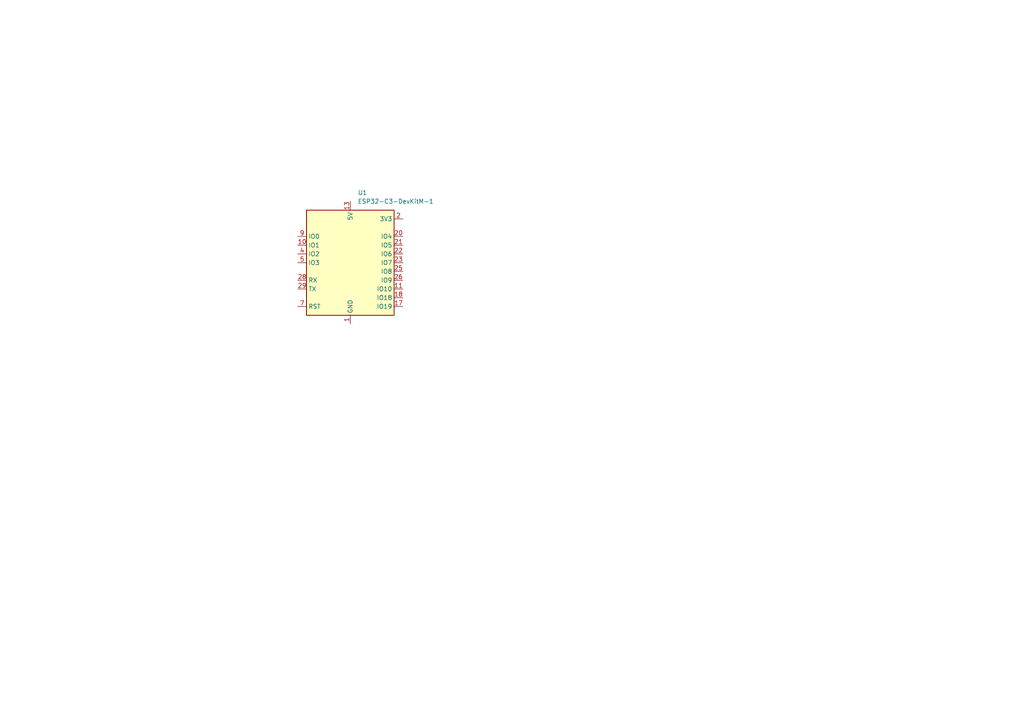
<source format=kicad_sch>
(kicad_sch (version 20250114) (generator "eeschema") (generator_version "9.0")
  (paper "A4")
  (lib_symbols
    (symbol "RF_Module:ESP32-C3-DevKitM-1"
      (property "Reference" "U" (at 7.62 16.51 0))
      (property "Value" "ESP32-C3-DevKitM-1" (at 11.684 -16.764 0))
      (symbol "ESP32-C3-DevKitM-1_1_1"
        (rectangle (start -12.7 15.24) (end 12.7 -15.24) (stroke (width 0.254)) (fill (type background)))
        (pin bidirectional line (at -15.24 7.62 0) (length 2.54) (name "IO0") (number "9"))
        (pin bidirectional line (at -15.24 5.08 0) (length 2.54) (name "IO1") (number "10"))
        (pin bidirectional line (at -15.24 2.54 0) (length 2.54) (name "IO2") (number "4"))
        (pin bidirectional line (at -15.24 0 0) (length 2.54) (name "IO3") (number "5"))
        (pin input line (at -15.24 -5.08 0) (length 2.54) (name "RX") (number "28"))
        (pin output line (at -15.24 -7.62 0) (length 2.54) (name "TX") (number "29"))
        (pin input line (at -15.24 -12.7 0) (length 2.54) (name "RST") (number "7"))
        (pin passive line (at 0 17.78 270) (length 2.54) (name "5V") (number "13"))
        (pin passive line (at 0 17.78 270) (length 2.54) (hide yes) (name "5V") (number "14"))
        (pin power_in line (at 0 -17.78 90) (length 2.54) (name "GND") (number "1"))
        (pin passive line (at 0 -17.78 90) (length 2.54) (hide yes) (name "GND") (number "12"))
        (pin passive line (at 0 -17.78 90) (length 2.54) (hide yes) (name "GND") (number "15"))
        (pin passive line (at 0 -17.78 90) (length 2.54) (hide yes) (name "GND") (number "16"))
        (pin passive line (at 0 -17.78 90) (length 2.54) (hide yes) (name "GND") (number "19"))
        (pin passive line (at 0 -17.78 90) (length 2.54) (hide yes) (name "GND") (number "24"))
        (pin passive line (at 0 -17.78 90) (length 2.54) (hide yes) (name "GND") (number "27"))
        (pin passive line (at 0 -17.78 90) (length 2.54) (hide yes) (name "GND") (number "30"))
        (pin passive line (at 0 -17.78 90) (length 2.54) (hide yes) (name "GND") (number "6"))
        (pin passive line (at 0 -17.78 90) (length 2.54) (hide yes) (name "GND") (number "8"))
        (pin power_out line (at 15.24 12.7 180) (length 2.54) (name "3V3") (number "2"))
        (pin passive line (at 15.24 12.7 180) (length 2.54) (hide yes) (name "3V3") (number "3"))
        (pin bidirectional line (at 15.24 7.62 180) (length 2.54) (name "IO4") (number "20"))
        (pin bidirectional line (at 15.24 5.08 180) (length 2.54) (name "IO5") (number "21"))
        (pin bidirectional line (at 15.24 2.54 180) (length 2.54) (name "IO6") (number "22"))
        (pin bidirectional line (at 15.24 0 180) (length 2.54) (name "IO7") (number "23"))
        (pin bidirectional line (at 15.24 -2.54 180) (length 2.54) (name "IO8") (number "25"))
        (pin bidirectional line (at 15.24 -5.08 180) (length 2.54) (name "IO9") (number "26"))
        (pin bidirectional line (at 15.24 -7.62 180) (length 2.54) (name "IO10") (number "11"))
        (pin bidirectional line (at 15.24 -10.16 180) (length 2.54) (name "IO18") (number "18"))
        (pin bidirectional line (at 15.24 -12.7 180) (length 2.54) (name "IO19") (number "17"))
      )
    )
  )
  (symbol (lib_id "RF_Module:ESP32-C3-DevKitM-1") (at 101.6 76.2 0) (unit 1)
    (property "Reference" "U1" (at 103.7433 55.88 0) (effects (justify left)))
    (property "Value" "ESP32-C3-DevKitM-1" (at 103.7433 58.42 0) (effects (justify left)))
    (property "Footprint" "RF_Module:ESP32-C3-DevKitM-1" (effects (hide yes)))
    (property "Datasheet" "https://docs.espressif.com/projects/esp-idf/en/latest/esp32c3/hw-reference/esp32c3/user-guide-devkitm-1.html" (effects (hide yes)))
    (property "Description" "Development board featuring ESP32-C3-MINI-1 module" (effects (hide yes)))
  )
)
</source>
